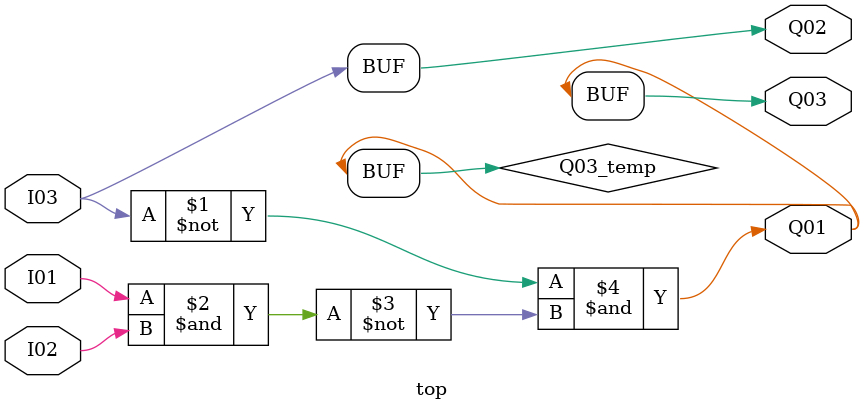
<source format=v>
/*
 * Generated by Digital. Don't modify this file!
 * Any changes will be lost if this file is regenerated.
 */

module top (
  input I01,
  input I02,
  input I03,
  output Q01,
  output Q02,
  output Q03
);
  wire Q03_temp;
  assign Q03_temp = (~ I03 & ~ (I01 & I02));
  assign Q01 = Q03_temp;
  assign Q02 = I03;
  assign Q03 = Q03_temp;
endmodule

</source>
